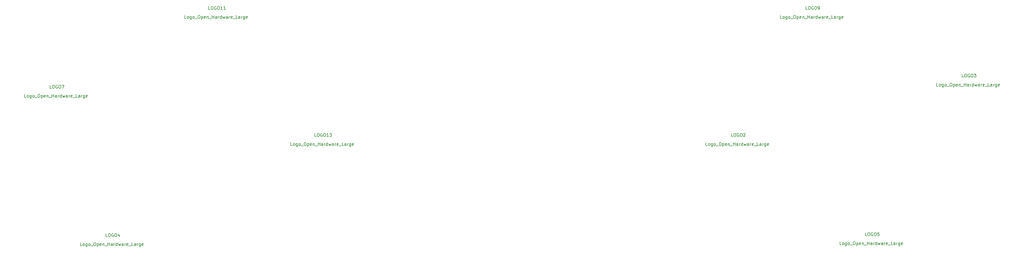
<source format=gbr>
G04 #@! TF.GenerationSoftware,KiCad,Pcbnew,(5.1.10)-1*
G04 #@! TF.CreationDate,2022-02-11T01:48:37+07:00*
G04 #@! TF.ProjectId,uso!VNC,75736f21-564e-4432-9e6b-696361645f70,rev?*
G04 #@! TF.SameCoordinates,Original*
G04 #@! TF.FileFunction,Other,Fab,Top*
%FSLAX45Y45*%
G04 Gerber Fmt 4.5, Leading zero omitted, Abs format (unit mm)*
G04 Created by KiCad (PCBNEW (5.1.10)-1) date 2022-02-11 01:48:37*
%MOMM*%
%LPD*%
G01*
G04 APERTURE LIST*
%ADD10C,0.150000*%
G04 APERTURE END LIST*
D10*
X12916077Y-8907774D02*
X12868458Y-8907774D01*
X12868458Y-8807774D01*
X12963697Y-8907774D02*
X12954173Y-8903012D01*
X12949411Y-8898250D01*
X12944649Y-8888726D01*
X12944649Y-8860155D01*
X12949411Y-8850631D01*
X12954173Y-8845869D01*
X12963697Y-8841107D01*
X12977982Y-8841107D01*
X12987506Y-8845869D01*
X12992268Y-8850631D01*
X12997030Y-8860155D01*
X12997030Y-8888726D01*
X12992268Y-8898250D01*
X12987506Y-8903012D01*
X12977982Y-8907774D01*
X12963697Y-8907774D01*
X13082744Y-8841107D02*
X13082744Y-8922060D01*
X13077982Y-8931584D01*
X13073220Y-8936346D01*
X13063697Y-8941107D01*
X13049411Y-8941107D01*
X13039887Y-8936346D01*
X13082744Y-8903012D02*
X13073220Y-8907774D01*
X13054173Y-8907774D01*
X13044649Y-8903012D01*
X13039887Y-8898250D01*
X13035125Y-8888726D01*
X13035125Y-8860155D01*
X13039887Y-8850631D01*
X13044649Y-8845869D01*
X13054173Y-8841107D01*
X13073220Y-8841107D01*
X13082744Y-8845869D01*
X13144649Y-8907774D02*
X13135125Y-8903012D01*
X13130363Y-8898250D01*
X13125601Y-8888726D01*
X13125601Y-8860155D01*
X13130363Y-8850631D01*
X13135125Y-8845869D01*
X13144649Y-8841107D01*
X13158935Y-8841107D01*
X13168458Y-8845869D01*
X13173220Y-8850631D01*
X13177982Y-8860155D01*
X13177982Y-8888726D01*
X13173220Y-8898250D01*
X13168458Y-8903012D01*
X13158935Y-8907774D01*
X13144649Y-8907774D01*
X13197030Y-8917298D02*
X13273220Y-8917298D01*
X13316077Y-8807774D02*
X13335125Y-8807774D01*
X13344649Y-8812536D01*
X13354173Y-8822060D01*
X13358935Y-8841107D01*
X13358935Y-8874441D01*
X13354173Y-8893488D01*
X13344649Y-8903012D01*
X13335125Y-8907774D01*
X13316077Y-8907774D01*
X13306554Y-8903012D01*
X13297030Y-8893488D01*
X13292268Y-8874441D01*
X13292268Y-8841107D01*
X13297030Y-8822060D01*
X13306554Y-8812536D01*
X13316077Y-8807774D01*
X13401792Y-8841107D02*
X13401792Y-8941107D01*
X13401792Y-8845869D02*
X13411316Y-8841107D01*
X13430363Y-8841107D01*
X13439887Y-8845869D01*
X13444649Y-8850631D01*
X13449411Y-8860155D01*
X13449411Y-8888726D01*
X13444649Y-8898250D01*
X13439887Y-8903012D01*
X13430363Y-8907774D01*
X13411316Y-8907774D01*
X13401792Y-8903012D01*
X13530363Y-8903012D02*
X13520839Y-8907774D01*
X13501792Y-8907774D01*
X13492268Y-8903012D01*
X13487506Y-8893488D01*
X13487506Y-8855393D01*
X13492268Y-8845869D01*
X13501792Y-8841107D01*
X13520839Y-8841107D01*
X13530363Y-8845869D01*
X13535125Y-8855393D01*
X13535125Y-8864917D01*
X13487506Y-8874441D01*
X13577982Y-8841107D02*
X13577982Y-8907774D01*
X13577982Y-8850631D02*
X13582744Y-8845869D01*
X13592268Y-8841107D01*
X13606554Y-8841107D01*
X13616077Y-8845869D01*
X13620839Y-8855393D01*
X13620839Y-8907774D01*
X13644649Y-8917298D02*
X13720839Y-8917298D01*
X13744649Y-8907774D02*
X13744649Y-8807774D01*
X13744649Y-8855393D02*
X13801792Y-8855393D01*
X13801792Y-8907774D02*
X13801792Y-8807774D01*
X13892268Y-8907774D02*
X13892268Y-8855393D01*
X13887506Y-8845869D01*
X13877982Y-8841107D01*
X13858935Y-8841107D01*
X13849411Y-8845869D01*
X13892268Y-8903012D02*
X13882744Y-8907774D01*
X13858935Y-8907774D01*
X13849411Y-8903012D01*
X13844649Y-8893488D01*
X13844649Y-8883965D01*
X13849411Y-8874441D01*
X13858935Y-8869679D01*
X13882744Y-8869679D01*
X13892268Y-8864917D01*
X13939887Y-8907774D02*
X13939887Y-8841107D01*
X13939887Y-8860155D02*
X13944649Y-8850631D01*
X13949411Y-8845869D01*
X13958935Y-8841107D01*
X13968458Y-8841107D01*
X14044649Y-8907774D02*
X14044649Y-8807774D01*
X14044649Y-8903012D02*
X14035125Y-8907774D01*
X14016077Y-8907774D01*
X14006554Y-8903012D01*
X14001792Y-8898250D01*
X13997030Y-8888726D01*
X13997030Y-8860155D01*
X14001792Y-8850631D01*
X14006554Y-8845869D01*
X14016077Y-8841107D01*
X14035125Y-8841107D01*
X14044649Y-8845869D01*
X14082744Y-8841107D02*
X14101792Y-8907774D01*
X14120839Y-8860155D01*
X14139887Y-8907774D01*
X14158935Y-8841107D01*
X14239887Y-8907774D02*
X14239887Y-8855393D01*
X14235125Y-8845869D01*
X14225601Y-8841107D01*
X14206554Y-8841107D01*
X14197030Y-8845869D01*
X14239887Y-8903012D02*
X14230363Y-8907774D01*
X14206554Y-8907774D01*
X14197030Y-8903012D01*
X14192268Y-8893488D01*
X14192268Y-8883965D01*
X14197030Y-8874441D01*
X14206554Y-8869679D01*
X14230363Y-8869679D01*
X14239887Y-8864917D01*
X14287506Y-8907774D02*
X14287506Y-8841107D01*
X14287506Y-8860155D02*
X14292268Y-8850631D01*
X14297030Y-8845869D01*
X14306554Y-8841107D01*
X14316077Y-8841107D01*
X14387506Y-8903012D02*
X14377982Y-8907774D01*
X14358935Y-8907774D01*
X14349411Y-8903012D01*
X14344649Y-8893488D01*
X14344649Y-8855393D01*
X14349411Y-8845869D01*
X14358935Y-8841107D01*
X14377982Y-8841107D01*
X14387506Y-8845869D01*
X14392268Y-8855393D01*
X14392268Y-8864917D01*
X14344649Y-8874441D01*
X14411316Y-8917298D02*
X14487506Y-8917298D01*
X14558935Y-8907774D02*
X14511316Y-8907774D01*
X14511316Y-8807774D01*
X14635125Y-8907774D02*
X14635125Y-8855393D01*
X14630363Y-8845869D01*
X14620839Y-8841107D01*
X14601792Y-8841107D01*
X14592268Y-8845869D01*
X14635125Y-8903012D02*
X14625601Y-8907774D01*
X14601792Y-8907774D01*
X14592268Y-8903012D01*
X14587506Y-8893488D01*
X14587506Y-8883965D01*
X14592268Y-8874441D01*
X14601792Y-8869679D01*
X14625601Y-8869679D01*
X14635125Y-8864917D01*
X14682744Y-8907774D02*
X14682744Y-8841107D01*
X14682744Y-8860155D02*
X14687506Y-8850631D01*
X14692268Y-8845869D01*
X14701792Y-8841107D01*
X14711316Y-8841107D01*
X14787506Y-8841107D02*
X14787506Y-8922060D01*
X14782744Y-8931584D01*
X14777982Y-8936346D01*
X14768458Y-8941107D01*
X14754173Y-8941107D01*
X14744649Y-8936346D01*
X14787506Y-8903012D02*
X14777982Y-8907774D01*
X14758935Y-8907774D01*
X14749411Y-8903012D01*
X14744649Y-8898250D01*
X14739887Y-8888726D01*
X14739887Y-8860155D01*
X14744649Y-8850631D01*
X14749411Y-8845869D01*
X14758935Y-8841107D01*
X14777982Y-8841107D01*
X14787506Y-8845869D01*
X14873220Y-8903012D02*
X14863697Y-8907774D01*
X14844649Y-8907774D01*
X14835125Y-8903012D01*
X14830363Y-8893488D01*
X14830363Y-8855393D01*
X14835125Y-8845869D01*
X14844649Y-8841107D01*
X14863697Y-8841107D01*
X14873220Y-8845869D01*
X14877982Y-8855393D01*
X14877982Y-8864917D01*
X14830363Y-8874441D01*
X13681792Y-8617774D02*
X13634173Y-8617774D01*
X13634173Y-8517774D01*
X13734173Y-8517774D02*
X13753220Y-8517774D01*
X13762744Y-8522536D01*
X13772268Y-8532060D01*
X13777030Y-8551107D01*
X13777030Y-8584441D01*
X13772268Y-8603488D01*
X13762744Y-8613012D01*
X13753220Y-8617774D01*
X13734173Y-8617774D01*
X13724649Y-8613012D01*
X13715125Y-8603488D01*
X13710363Y-8584441D01*
X13710363Y-8551107D01*
X13715125Y-8532060D01*
X13724649Y-8522536D01*
X13734173Y-8517774D01*
X13872268Y-8522536D02*
X13862744Y-8517774D01*
X13848458Y-8517774D01*
X13834173Y-8522536D01*
X13824649Y-8532060D01*
X13819887Y-8541584D01*
X13815125Y-8560631D01*
X13815125Y-8574917D01*
X13819887Y-8593965D01*
X13824649Y-8603488D01*
X13834173Y-8613012D01*
X13848458Y-8617774D01*
X13857982Y-8617774D01*
X13872268Y-8613012D01*
X13877030Y-8608250D01*
X13877030Y-8574917D01*
X13857982Y-8574917D01*
X13938935Y-8517774D02*
X13957982Y-8517774D01*
X13967506Y-8522536D01*
X13977030Y-8532060D01*
X13981792Y-8551107D01*
X13981792Y-8584441D01*
X13977030Y-8603488D01*
X13967506Y-8613012D01*
X13957982Y-8617774D01*
X13938935Y-8617774D01*
X13929411Y-8613012D01*
X13919887Y-8603488D01*
X13915125Y-8584441D01*
X13915125Y-8551107D01*
X13919887Y-8532060D01*
X13929411Y-8522536D01*
X13938935Y-8517774D01*
X14077030Y-8617774D02*
X14019887Y-8617774D01*
X14048458Y-8617774D02*
X14048458Y-8517774D01*
X14038935Y-8532060D01*
X14029411Y-8541584D01*
X14019887Y-8546346D01*
X14110363Y-8517774D02*
X14172268Y-8517774D01*
X14138935Y-8555869D01*
X14153220Y-8555869D01*
X14162744Y-8560631D01*
X14167506Y-8565393D01*
X14172268Y-8574917D01*
X14172268Y-8598726D01*
X14167506Y-8608250D01*
X14162744Y-8613012D01*
X14153220Y-8617774D01*
X14124649Y-8617774D01*
X14115125Y-8613012D01*
X14110363Y-8608250D01*
X26191602Y-8907806D02*
X26143983Y-8907806D01*
X26143983Y-8807806D01*
X26239221Y-8907806D02*
X26229697Y-8903044D01*
X26224935Y-8898282D01*
X26220173Y-8888758D01*
X26220173Y-8860187D01*
X26224935Y-8850663D01*
X26229697Y-8845901D01*
X26239221Y-8841139D01*
X26253507Y-8841139D01*
X26263031Y-8845901D01*
X26267792Y-8850663D01*
X26272554Y-8860187D01*
X26272554Y-8888758D01*
X26267792Y-8898282D01*
X26263031Y-8903044D01*
X26253507Y-8907806D01*
X26239221Y-8907806D01*
X26358269Y-8841139D02*
X26358269Y-8922091D01*
X26353507Y-8931615D01*
X26348745Y-8936377D01*
X26339221Y-8941139D01*
X26324935Y-8941139D01*
X26315412Y-8936377D01*
X26358269Y-8903044D02*
X26348745Y-8907806D01*
X26329697Y-8907806D01*
X26320173Y-8903044D01*
X26315412Y-8898282D01*
X26310650Y-8888758D01*
X26310650Y-8860187D01*
X26315412Y-8850663D01*
X26320173Y-8845901D01*
X26329697Y-8841139D01*
X26348745Y-8841139D01*
X26358269Y-8845901D01*
X26420173Y-8907806D02*
X26410650Y-8903044D01*
X26405888Y-8898282D01*
X26401126Y-8888758D01*
X26401126Y-8860187D01*
X26405888Y-8850663D01*
X26410650Y-8845901D01*
X26420173Y-8841139D01*
X26434459Y-8841139D01*
X26443983Y-8845901D01*
X26448745Y-8850663D01*
X26453507Y-8860187D01*
X26453507Y-8888758D01*
X26448745Y-8898282D01*
X26443983Y-8903044D01*
X26434459Y-8907806D01*
X26420173Y-8907806D01*
X26472554Y-8917329D02*
X26548745Y-8917329D01*
X26591602Y-8807806D02*
X26610650Y-8807806D01*
X26620173Y-8812568D01*
X26629697Y-8822091D01*
X26634459Y-8841139D01*
X26634459Y-8874472D01*
X26629697Y-8893520D01*
X26620173Y-8903044D01*
X26610650Y-8907806D01*
X26591602Y-8907806D01*
X26582078Y-8903044D01*
X26572554Y-8893520D01*
X26567792Y-8874472D01*
X26567792Y-8841139D01*
X26572554Y-8822091D01*
X26582078Y-8812568D01*
X26591602Y-8807806D01*
X26677316Y-8841139D02*
X26677316Y-8941139D01*
X26677316Y-8845901D02*
X26686840Y-8841139D01*
X26705888Y-8841139D01*
X26715412Y-8845901D01*
X26720173Y-8850663D01*
X26724935Y-8860187D01*
X26724935Y-8888758D01*
X26720173Y-8898282D01*
X26715412Y-8903044D01*
X26705888Y-8907806D01*
X26686840Y-8907806D01*
X26677316Y-8903044D01*
X26805888Y-8903044D02*
X26796364Y-8907806D01*
X26777316Y-8907806D01*
X26767792Y-8903044D01*
X26763031Y-8893520D01*
X26763031Y-8855425D01*
X26767792Y-8845901D01*
X26777316Y-8841139D01*
X26796364Y-8841139D01*
X26805888Y-8845901D01*
X26810650Y-8855425D01*
X26810650Y-8864948D01*
X26763031Y-8874472D01*
X26853507Y-8841139D02*
X26853507Y-8907806D01*
X26853507Y-8850663D02*
X26858269Y-8845901D01*
X26867792Y-8841139D01*
X26882078Y-8841139D01*
X26891602Y-8845901D01*
X26896364Y-8855425D01*
X26896364Y-8907806D01*
X26920173Y-8917329D02*
X26996364Y-8917329D01*
X27020173Y-8907806D02*
X27020173Y-8807806D01*
X27020173Y-8855425D02*
X27077316Y-8855425D01*
X27077316Y-8907806D02*
X27077316Y-8807806D01*
X27167792Y-8907806D02*
X27167792Y-8855425D01*
X27163031Y-8845901D01*
X27153507Y-8841139D01*
X27134459Y-8841139D01*
X27124935Y-8845901D01*
X27167792Y-8903044D02*
X27158269Y-8907806D01*
X27134459Y-8907806D01*
X27124935Y-8903044D01*
X27120173Y-8893520D01*
X27120173Y-8883996D01*
X27124935Y-8874472D01*
X27134459Y-8869710D01*
X27158269Y-8869710D01*
X27167792Y-8864948D01*
X27215412Y-8907806D02*
X27215412Y-8841139D01*
X27215412Y-8860187D02*
X27220173Y-8850663D01*
X27224935Y-8845901D01*
X27234459Y-8841139D01*
X27243983Y-8841139D01*
X27320173Y-8907806D02*
X27320173Y-8807806D01*
X27320173Y-8903044D02*
X27310650Y-8907806D01*
X27291602Y-8907806D01*
X27282078Y-8903044D01*
X27277316Y-8898282D01*
X27272554Y-8888758D01*
X27272554Y-8860187D01*
X27277316Y-8850663D01*
X27282078Y-8845901D01*
X27291602Y-8841139D01*
X27310650Y-8841139D01*
X27320173Y-8845901D01*
X27358269Y-8841139D02*
X27377316Y-8907806D01*
X27396364Y-8860187D01*
X27415412Y-8907806D01*
X27434459Y-8841139D01*
X27515412Y-8907806D02*
X27515412Y-8855425D01*
X27510650Y-8845901D01*
X27501126Y-8841139D01*
X27482078Y-8841139D01*
X27472554Y-8845901D01*
X27515412Y-8903044D02*
X27505888Y-8907806D01*
X27482078Y-8907806D01*
X27472554Y-8903044D01*
X27467792Y-8893520D01*
X27467792Y-8883996D01*
X27472554Y-8874472D01*
X27482078Y-8869710D01*
X27505888Y-8869710D01*
X27515412Y-8864948D01*
X27563031Y-8907806D02*
X27563031Y-8841139D01*
X27563031Y-8860187D02*
X27567792Y-8850663D01*
X27572554Y-8845901D01*
X27582078Y-8841139D01*
X27591602Y-8841139D01*
X27663031Y-8903044D02*
X27653507Y-8907806D01*
X27634459Y-8907806D01*
X27624935Y-8903044D01*
X27620173Y-8893520D01*
X27620173Y-8855425D01*
X27624935Y-8845901D01*
X27634459Y-8841139D01*
X27653507Y-8841139D01*
X27663031Y-8845901D01*
X27667792Y-8855425D01*
X27667792Y-8864948D01*
X27620173Y-8874472D01*
X27686840Y-8917329D02*
X27763031Y-8917329D01*
X27834459Y-8907806D02*
X27786840Y-8907806D01*
X27786840Y-8807806D01*
X27910650Y-8907806D02*
X27910650Y-8855425D01*
X27905888Y-8845901D01*
X27896364Y-8841139D01*
X27877316Y-8841139D01*
X27867792Y-8845901D01*
X27910650Y-8903044D02*
X27901126Y-8907806D01*
X27877316Y-8907806D01*
X27867792Y-8903044D01*
X27863031Y-8893520D01*
X27863031Y-8883996D01*
X27867792Y-8874472D01*
X27877316Y-8869710D01*
X27901126Y-8869710D01*
X27910650Y-8864948D01*
X27958269Y-8907806D02*
X27958269Y-8841139D01*
X27958269Y-8860187D02*
X27963031Y-8850663D01*
X27967792Y-8845901D01*
X27977316Y-8841139D01*
X27986840Y-8841139D01*
X28063031Y-8841139D02*
X28063031Y-8922091D01*
X28058269Y-8931615D01*
X28053507Y-8936377D01*
X28043983Y-8941139D01*
X28029697Y-8941139D01*
X28020173Y-8936377D01*
X28063031Y-8903044D02*
X28053507Y-8907806D01*
X28034459Y-8907806D01*
X28024935Y-8903044D01*
X28020173Y-8898282D01*
X28015412Y-8888758D01*
X28015412Y-8860187D01*
X28020173Y-8850663D01*
X28024935Y-8845901D01*
X28034459Y-8841139D01*
X28053507Y-8841139D01*
X28063031Y-8845901D01*
X28148745Y-8903044D02*
X28139221Y-8907806D01*
X28120173Y-8907806D01*
X28110650Y-8903044D01*
X28105888Y-8893520D01*
X28105888Y-8855425D01*
X28110650Y-8845901D01*
X28120173Y-8841139D01*
X28139221Y-8841139D01*
X28148745Y-8845901D01*
X28153507Y-8855425D01*
X28153507Y-8864948D01*
X28105888Y-8874472D01*
X27004935Y-8617806D02*
X26957316Y-8617806D01*
X26957316Y-8517806D01*
X27057316Y-8517806D02*
X27076364Y-8517806D01*
X27085888Y-8522568D01*
X27095412Y-8532091D01*
X27100173Y-8551139D01*
X27100173Y-8584472D01*
X27095412Y-8603520D01*
X27085888Y-8613044D01*
X27076364Y-8617806D01*
X27057316Y-8617806D01*
X27047792Y-8613044D01*
X27038269Y-8603520D01*
X27033507Y-8584472D01*
X27033507Y-8551139D01*
X27038269Y-8532091D01*
X27047792Y-8522568D01*
X27057316Y-8517806D01*
X27195412Y-8522568D02*
X27185888Y-8517806D01*
X27171602Y-8517806D01*
X27157316Y-8522568D01*
X27147792Y-8532091D01*
X27143031Y-8541615D01*
X27138269Y-8560663D01*
X27138269Y-8574948D01*
X27143031Y-8593996D01*
X27147792Y-8603520D01*
X27157316Y-8613044D01*
X27171602Y-8617806D01*
X27181126Y-8617806D01*
X27195412Y-8613044D01*
X27200173Y-8608282D01*
X27200173Y-8574948D01*
X27181126Y-8574948D01*
X27262078Y-8517806D02*
X27281126Y-8517806D01*
X27290650Y-8522568D01*
X27300173Y-8532091D01*
X27304935Y-8551139D01*
X27304935Y-8584472D01*
X27300173Y-8603520D01*
X27290650Y-8613044D01*
X27281126Y-8617806D01*
X27262078Y-8617806D01*
X27252554Y-8613044D01*
X27243031Y-8603520D01*
X27238269Y-8584472D01*
X27238269Y-8551139D01*
X27243031Y-8532091D01*
X27252554Y-8522568D01*
X27262078Y-8517806D01*
X27343031Y-8527329D02*
X27347792Y-8522568D01*
X27357316Y-8517806D01*
X27381126Y-8517806D01*
X27390650Y-8522568D01*
X27395412Y-8527329D01*
X27400173Y-8536853D01*
X27400173Y-8546377D01*
X27395412Y-8560663D01*
X27338269Y-8617806D01*
X27400173Y-8617806D01*
X9522764Y-4829859D02*
X9475145Y-4829859D01*
X9475145Y-4729859D01*
X9570384Y-4829859D02*
X9560860Y-4825097D01*
X9556098Y-4820335D01*
X9551336Y-4810811D01*
X9551336Y-4782240D01*
X9556098Y-4772716D01*
X9560860Y-4767954D01*
X9570384Y-4763192D01*
X9584669Y-4763192D01*
X9594193Y-4767954D01*
X9598955Y-4772716D01*
X9603717Y-4782240D01*
X9603717Y-4810811D01*
X9598955Y-4820335D01*
X9594193Y-4825097D01*
X9584669Y-4829859D01*
X9570384Y-4829859D01*
X9689431Y-4763192D02*
X9689431Y-4844145D01*
X9684669Y-4853668D01*
X9679907Y-4858430D01*
X9670384Y-4863192D01*
X9656098Y-4863192D01*
X9646574Y-4858430D01*
X9689431Y-4825097D02*
X9679907Y-4829859D01*
X9660860Y-4829859D01*
X9651336Y-4825097D01*
X9646574Y-4820335D01*
X9641812Y-4810811D01*
X9641812Y-4782240D01*
X9646574Y-4772716D01*
X9651336Y-4767954D01*
X9660860Y-4763192D01*
X9679907Y-4763192D01*
X9689431Y-4767954D01*
X9751336Y-4829859D02*
X9741812Y-4825097D01*
X9737050Y-4820335D01*
X9732288Y-4810811D01*
X9732288Y-4782240D01*
X9737050Y-4772716D01*
X9741812Y-4767954D01*
X9751336Y-4763192D01*
X9765622Y-4763192D01*
X9775145Y-4767954D01*
X9779907Y-4772716D01*
X9784669Y-4782240D01*
X9784669Y-4810811D01*
X9779907Y-4820335D01*
X9775145Y-4825097D01*
X9765622Y-4829859D01*
X9751336Y-4829859D01*
X9803717Y-4839383D02*
X9879907Y-4839383D01*
X9922764Y-4729859D02*
X9941812Y-4729859D01*
X9951336Y-4734621D01*
X9960860Y-4744145D01*
X9965622Y-4763192D01*
X9965622Y-4796525D01*
X9960860Y-4815573D01*
X9951336Y-4825097D01*
X9941812Y-4829859D01*
X9922764Y-4829859D01*
X9913241Y-4825097D01*
X9903717Y-4815573D01*
X9898955Y-4796525D01*
X9898955Y-4763192D01*
X9903717Y-4744145D01*
X9913241Y-4734621D01*
X9922764Y-4729859D01*
X10008479Y-4763192D02*
X10008479Y-4863192D01*
X10008479Y-4767954D02*
X10018003Y-4763192D01*
X10037050Y-4763192D01*
X10046574Y-4767954D01*
X10051336Y-4772716D01*
X10056098Y-4782240D01*
X10056098Y-4810811D01*
X10051336Y-4820335D01*
X10046574Y-4825097D01*
X10037050Y-4829859D01*
X10018003Y-4829859D01*
X10008479Y-4825097D01*
X10137050Y-4825097D02*
X10127526Y-4829859D01*
X10108479Y-4829859D01*
X10098955Y-4825097D01*
X10094193Y-4815573D01*
X10094193Y-4777478D01*
X10098955Y-4767954D01*
X10108479Y-4763192D01*
X10127526Y-4763192D01*
X10137050Y-4767954D01*
X10141812Y-4777478D01*
X10141812Y-4787002D01*
X10094193Y-4796525D01*
X10184669Y-4763192D02*
X10184669Y-4829859D01*
X10184669Y-4772716D02*
X10189431Y-4767954D01*
X10198955Y-4763192D01*
X10213241Y-4763192D01*
X10222764Y-4767954D01*
X10227526Y-4777478D01*
X10227526Y-4829859D01*
X10251336Y-4839383D02*
X10327526Y-4839383D01*
X10351336Y-4829859D02*
X10351336Y-4729859D01*
X10351336Y-4777478D02*
X10408479Y-4777478D01*
X10408479Y-4829859D02*
X10408479Y-4729859D01*
X10498955Y-4829859D02*
X10498955Y-4777478D01*
X10494193Y-4767954D01*
X10484669Y-4763192D01*
X10465622Y-4763192D01*
X10456098Y-4767954D01*
X10498955Y-4825097D02*
X10489431Y-4829859D01*
X10465622Y-4829859D01*
X10456098Y-4825097D01*
X10451336Y-4815573D01*
X10451336Y-4806049D01*
X10456098Y-4796525D01*
X10465622Y-4791764D01*
X10489431Y-4791764D01*
X10498955Y-4787002D01*
X10546574Y-4829859D02*
X10546574Y-4763192D01*
X10546574Y-4782240D02*
X10551336Y-4772716D01*
X10556098Y-4767954D01*
X10565622Y-4763192D01*
X10575145Y-4763192D01*
X10651336Y-4829859D02*
X10651336Y-4729859D01*
X10651336Y-4825097D02*
X10641812Y-4829859D01*
X10622764Y-4829859D01*
X10613241Y-4825097D01*
X10608479Y-4820335D01*
X10603717Y-4810811D01*
X10603717Y-4782240D01*
X10608479Y-4772716D01*
X10613241Y-4767954D01*
X10622764Y-4763192D01*
X10641812Y-4763192D01*
X10651336Y-4767954D01*
X10689431Y-4763192D02*
X10708479Y-4829859D01*
X10727526Y-4782240D01*
X10746574Y-4829859D01*
X10765622Y-4763192D01*
X10846574Y-4829859D02*
X10846574Y-4777478D01*
X10841812Y-4767954D01*
X10832288Y-4763192D01*
X10813241Y-4763192D01*
X10803717Y-4767954D01*
X10846574Y-4825097D02*
X10837050Y-4829859D01*
X10813241Y-4829859D01*
X10803717Y-4825097D01*
X10798955Y-4815573D01*
X10798955Y-4806049D01*
X10803717Y-4796525D01*
X10813241Y-4791764D01*
X10837050Y-4791764D01*
X10846574Y-4787002D01*
X10894193Y-4829859D02*
X10894193Y-4763192D01*
X10894193Y-4782240D02*
X10898955Y-4772716D01*
X10903717Y-4767954D01*
X10913241Y-4763192D01*
X10922764Y-4763192D01*
X10994193Y-4825097D02*
X10984669Y-4829859D01*
X10965622Y-4829859D01*
X10956098Y-4825097D01*
X10951336Y-4815573D01*
X10951336Y-4777478D01*
X10956098Y-4767954D01*
X10965622Y-4763192D01*
X10984669Y-4763192D01*
X10994193Y-4767954D01*
X10998955Y-4777478D01*
X10998955Y-4787002D01*
X10951336Y-4796525D01*
X11018003Y-4839383D02*
X11094193Y-4839383D01*
X11165622Y-4829859D02*
X11118003Y-4829859D01*
X11118003Y-4729859D01*
X11241812Y-4829859D02*
X11241812Y-4777478D01*
X11237050Y-4767954D01*
X11227526Y-4763192D01*
X11208479Y-4763192D01*
X11198955Y-4767954D01*
X11241812Y-4825097D02*
X11232288Y-4829859D01*
X11208479Y-4829859D01*
X11198955Y-4825097D01*
X11194193Y-4815573D01*
X11194193Y-4806049D01*
X11198955Y-4796525D01*
X11208479Y-4791764D01*
X11232288Y-4791764D01*
X11241812Y-4787002D01*
X11289431Y-4829859D02*
X11289431Y-4763192D01*
X11289431Y-4782240D02*
X11294193Y-4772716D01*
X11298955Y-4767954D01*
X11308479Y-4763192D01*
X11318002Y-4763192D01*
X11394193Y-4763192D02*
X11394193Y-4844145D01*
X11389431Y-4853668D01*
X11384669Y-4858430D01*
X11375145Y-4863192D01*
X11360860Y-4863192D01*
X11351336Y-4858430D01*
X11394193Y-4825097D02*
X11384669Y-4829859D01*
X11365622Y-4829859D01*
X11356098Y-4825097D01*
X11351336Y-4820335D01*
X11346574Y-4810811D01*
X11346574Y-4782240D01*
X11351336Y-4772716D01*
X11356098Y-4767954D01*
X11365622Y-4763192D01*
X11384669Y-4763192D01*
X11394193Y-4767954D01*
X11479907Y-4825097D02*
X11470383Y-4829859D01*
X11451336Y-4829859D01*
X11441812Y-4825097D01*
X11437050Y-4815573D01*
X11437050Y-4777478D01*
X11441812Y-4767954D01*
X11451336Y-4763192D01*
X11470383Y-4763192D01*
X11479907Y-4767954D01*
X11484669Y-4777478D01*
X11484669Y-4787002D01*
X11437050Y-4796525D01*
X10288479Y-4539859D02*
X10240860Y-4539859D01*
X10240860Y-4439859D01*
X10340860Y-4439859D02*
X10359907Y-4439859D01*
X10369431Y-4444621D01*
X10378955Y-4454145D01*
X10383717Y-4473192D01*
X10383717Y-4506525D01*
X10378955Y-4525573D01*
X10369431Y-4535097D01*
X10359907Y-4539859D01*
X10340860Y-4539859D01*
X10331336Y-4535097D01*
X10321812Y-4525573D01*
X10317050Y-4506525D01*
X10317050Y-4473192D01*
X10321812Y-4454145D01*
X10331336Y-4444621D01*
X10340860Y-4439859D01*
X10478955Y-4444621D02*
X10469431Y-4439859D01*
X10455145Y-4439859D01*
X10440860Y-4444621D01*
X10431336Y-4454145D01*
X10426574Y-4463668D01*
X10421812Y-4482716D01*
X10421812Y-4497002D01*
X10426574Y-4516049D01*
X10431336Y-4525573D01*
X10440860Y-4535097D01*
X10455145Y-4539859D01*
X10464669Y-4539859D01*
X10478955Y-4535097D01*
X10483717Y-4530335D01*
X10483717Y-4497002D01*
X10464669Y-4497002D01*
X10545622Y-4439859D02*
X10564669Y-4439859D01*
X10574193Y-4444621D01*
X10583717Y-4454145D01*
X10588479Y-4473192D01*
X10588479Y-4506525D01*
X10583717Y-4525573D01*
X10574193Y-4535097D01*
X10564669Y-4539859D01*
X10545622Y-4539859D01*
X10536098Y-4535097D01*
X10526574Y-4525573D01*
X10521812Y-4506525D01*
X10521812Y-4473192D01*
X10526574Y-4454145D01*
X10536098Y-4444621D01*
X10545622Y-4439859D01*
X10683717Y-4539859D02*
X10626574Y-4539859D01*
X10655145Y-4539859D02*
X10655145Y-4439859D01*
X10645622Y-4454145D01*
X10636098Y-4463668D01*
X10626574Y-4468430D01*
X10778955Y-4539859D02*
X10721812Y-4539859D01*
X10750384Y-4539859D02*
X10750384Y-4439859D01*
X10740860Y-4454145D01*
X10731336Y-4463668D01*
X10721812Y-4468430D01*
X28572812Y-4829859D02*
X28525193Y-4829859D01*
X28525193Y-4729859D01*
X28620431Y-4829859D02*
X28610908Y-4825097D01*
X28606146Y-4820335D01*
X28601384Y-4810811D01*
X28601384Y-4782240D01*
X28606146Y-4772716D01*
X28610908Y-4767954D01*
X28620431Y-4763192D01*
X28634717Y-4763192D01*
X28644241Y-4767954D01*
X28649003Y-4772716D01*
X28653765Y-4782240D01*
X28653765Y-4810811D01*
X28649003Y-4820335D01*
X28644241Y-4825097D01*
X28634717Y-4829859D01*
X28620431Y-4829859D01*
X28739479Y-4763192D02*
X28739479Y-4844145D01*
X28734717Y-4853668D01*
X28729955Y-4858430D01*
X28720431Y-4863192D01*
X28706146Y-4863192D01*
X28696622Y-4858430D01*
X28739479Y-4825097D02*
X28729955Y-4829859D01*
X28710908Y-4829859D01*
X28701384Y-4825097D01*
X28696622Y-4820335D01*
X28691860Y-4810811D01*
X28691860Y-4782240D01*
X28696622Y-4772716D01*
X28701384Y-4767954D01*
X28710908Y-4763192D01*
X28729955Y-4763192D01*
X28739479Y-4767954D01*
X28801384Y-4829859D02*
X28791860Y-4825097D01*
X28787098Y-4820335D01*
X28782336Y-4810811D01*
X28782336Y-4782240D01*
X28787098Y-4772716D01*
X28791860Y-4767954D01*
X28801384Y-4763192D01*
X28815670Y-4763192D01*
X28825193Y-4767954D01*
X28829955Y-4772716D01*
X28834717Y-4782240D01*
X28834717Y-4810811D01*
X28829955Y-4820335D01*
X28825193Y-4825097D01*
X28815670Y-4829859D01*
X28801384Y-4829859D01*
X28853765Y-4839383D02*
X28929955Y-4839383D01*
X28972812Y-4729859D02*
X28991860Y-4729859D01*
X29001384Y-4734621D01*
X29010908Y-4744145D01*
X29015670Y-4763192D01*
X29015670Y-4796525D01*
X29010908Y-4815573D01*
X29001384Y-4825097D01*
X28991860Y-4829859D01*
X28972812Y-4829859D01*
X28963289Y-4825097D01*
X28953765Y-4815573D01*
X28949003Y-4796525D01*
X28949003Y-4763192D01*
X28953765Y-4744145D01*
X28963289Y-4734621D01*
X28972812Y-4729859D01*
X29058527Y-4763192D02*
X29058527Y-4863192D01*
X29058527Y-4767954D02*
X29068050Y-4763192D01*
X29087098Y-4763192D01*
X29096622Y-4767954D01*
X29101384Y-4772716D01*
X29106146Y-4782240D01*
X29106146Y-4810811D01*
X29101384Y-4820335D01*
X29096622Y-4825097D01*
X29087098Y-4829859D01*
X29068050Y-4829859D01*
X29058527Y-4825097D01*
X29187098Y-4825097D02*
X29177574Y-4829859D01*
X29158527Y-4829859D01*
X29149003Y-4825097D01*
X29144241Y-4815573D01*
X29144241Y-4777478D01*
X29149003Y-4767954D01*
X29158527Y-4763192D01*
X29177574Y-4763192D01*
X29187098Y-4767954D01*
X29191860Y-4777478D01*
X29191860Y-4787002D01*
X29144241Y-4796525D01*
X29234717Y-4763192D02*
X29234717Y-4829859D01*
X29234717Y-4772716D02*
X29239479Y-4767954D01*
X29249003Y-4763192D01*
X29263289Y-4763192D01*
X29272812Y-4767954D01*
X29277574Y-4777478D01*
X29277574Y-4829859D01*
X29301384Y-4839383D02*
X29377574Y-4839383D01*
X29401384Y-4829859D02*
X29401384Y-4729859D01*
X29401384Y-4777478D02*
X29458527Y-4777478D01*
X29458527Y-4829859D02*
X29458527Y-4729859D01*
X29549003Y-4829859D02*
X29549003Y-4777478D01*
X29544241Y-4767954D01*
X29534717Y-4763192D01*
X29515670Y-4763192D01*
X29506146Y-4767954D01*
X29549003Y-4825097D02*
X29539479Y-4829859D01*
X29515670Y-4829859D01*
X29506146Y-4825097D01*
X29501384Y-4815573D01*
X29501384Y-4806049D01*
X29506146Y-4796525D01*
X29515670Y-4791764D01*
X29539479Y-4791764D01*
X29549003Y-4787002D01*
X29596622Y-4829859D02*
X29596622Y-4763192D01*
X29596622Y-4782240D02*
X29601384Y-4772716D01*
X29606146Y-4767954D01*
X29615670Y-4763192D01*
X29625193Y-4763192D01*
X29701384Y-4829859D02*
X29701384Y-4729859D01*
X29701384Y-4825097D02*
X29691860Y-4829859D01*
X29672812Y-4829859D01*
X29663289Y-4825097D01*
X29658527Y-4820335D01*
X29653765Y-4810811D01*
X29653765Y-4782240D01*
X29658527Y-4772716D01*
X29663289Y-4767954D01*
X29672812Y-4763192D01*
X29691860Y-4763192D01*
X29701384Y-4767954D01*
X29739479Y-4763192D02*
X29758527Y-4829859D01*
X29777574Y-4782240D01*
X29796622Y-4829859D01*
X29815670Y-4763192D01*
X29896622Y-4829859D02*
X29896622Y-4777478D01*
X29891860Y-4767954D01*
X29882336Y-4763192D01*
X29863289Y-4763192D01*
X29853765Y-4767954D01*
X29896622Y-4825097D02*
X29887098Y-4829859D01*
X29863289Y-4829859D01*
X29853765Y-4825097D01*
X29849003Y-4815573D01*
X29849003Y-4806049D01*
X29853765Y-4796525D01*
X29863289Y-4791764D01*
X29887098Y-4791764D01*
X29896622Y-4787002D01*
X29944241Y-4829859D02*
X29944241Y-4763192D01*
X29944241Y-4782240D02*
X29949003Y-4772716D01*
X29953765Y-4767954D01*
X29963289Y-4763192D01*
X29972812Y-4763192D01*
X30044241Y-4825097D02*
X30034717Y-4829859D01*
X30015670Y-4829859D01*
X30006146Y-4825097D01*
X30001384Y-4815573D01*
X30001384Y-4777478D01*
X30006146Y-4767954D01*
X30015670Y-4763192D01*
X30034717Y-4763192D01*
X30044241Y-4767954D01*
X30049003Y-4777478D01*
X30049003Y-4787002D01*
X30001384Y-4796525D01*
X30068050Y-4839383D02*
X30144241Y-4839383D01*
X30215670Y-4829859D02*
X30168050Y-4829859D01*
X30168050Y-4729859D01*
X30291860Y-4829859D02*
X30291860Y-4777478D01*
X30287098Y-4767954D01*
X30277574Y-4763192D01*
X30258527Y-4763192D01*
X30249003Y-4767954D01*
X30291860Y-4825097D02*
X30282336Y-4829859D01*
X30258527Y-4829859D01*
X30249003Y-4825097D01*
X30244241Y-4815573D01*
X30244241Y-4806049D01*
X30249003Y-4796525D01*
X30258527Y-4791764D01*
X30282336Y-4791764D01*
X30291860Y-4787002D01*
X30339479Y-4829859D02*
X30339479Y-4763192D01*
X30339479Y-4782240D02*
X30344241Y-4772716D01*
X30349003Y-4767954D01*
X30358527Y-4763192D01*
X30368050Y-4763192D01*
X30444241Y-4763192D02*
X30444241Y-4844145D01*
X30439479Y-4853668D01*
X30434717Y-4858430D01*
X30425193Y-4863192D01*
X30410908Y-4863192D01*
X30401384Y-4858430D01*
X30444241Y-4825097D02*
X30434717Y-4829859D01*
X30415670Y-4829859D01*
X30406146Y-4825097D01*
X30401384Y-4820335D01*
X30396622Y-4810811D01*
X30396622Y-4782240D01*
X30401384Y-4772716D01*
X30406146Y-4767954D01*
X30415670Y-4763192D01*
X30434717Y-4763192D01*
X30444241Y-4767954D01*
X30529955Y-4825097D02*
X30520431Y-4829859D01*
X30501384Y-4829859D01*
X30491860Y-4825097D01*
X30487098Y-4815573D01*
X30487098Y-4777478D01*
X30491860Y-4767954D01*
X30501384Y-4763192D01*
X30520431Y-4763192D01*
X30529955Y-4767954D01*
X30534717Y-4777478D01*
X30534717Y-4787002D01*
X30487098Y-4796525D01*
X29386146Y-4539859D02*
X29338527Y-4539859D01*
X29338527Y-4439859D01*
X29438527Y-4439859D02*
X29457574Y-4439859D01*
X29467098Y-4444621D01*
X29476622Y-4454145D01*
X29481384Y-4473192D01*
X29481384Y-4506525D01*
X29476622Y-4525573D01*
X29467098Y-4535097D01*
X29457574Y-4539859D01*
X29438527Y-4539859D01*
X29429003Y-4535097D01*
X29419479Y-4525573D01*
X29414717Y-4506525D01*
X29414717Y-4473192D01*
X29419479Y-4454145D01*
X29429003Y-4444621D01*
X29438527Y-4439859D01*
X29576622Y-4444621D02*
X29567098Y-4439859D01*
X29552812Y-4439859D01*
X29538527Y-4444621D01*
X29529003Y-4454145D01*
X29524241Y-4463668D01*
X29519479Y-4482716D01*
X29519479Y-4497002D01*
X29524241Y-4516049D01*
X29529003Y-4525573D01*
X29538527Y-4535097D01*
X29552812Y-4539859D01*
X29562336Y-4539859D01*
X29576622Y-4535097D01*
X29581384Y-4530335D01*
X29581384Y-4497002D01*
X29562336Y-4497002D01*
X29643289Y-4439859D02*
X29662336Y-4439859D01*
X29671860Y-4444621D01*
X29681384Y-4454145D01*
X29686146Y-4473192D01*
X29686146Y-4506525D01*
X29681384Y-4525573D01*
X29671860Y-4535097D01*
X29662336Y-4539859D01*
X29643289Y-4539859D01*
X29633765Y-4535097D01*
X29624241Y-4525573D01*
X29619479Y-4506525D01*
X29619479Y-4473192D01*
X29624241Y-4454145D01*
X29633765Y-4444621D01*
X29643289Y-4439859D01*
X29733765Y-4539859D02*
X29752812Y-4539859D01*
X29762336Y-4535097D01*
X29767098Y-4530335D01*
X29776622Y-4516049D01*
X29781384Y-4497002D01*
X29781384Y-4458906D01*
X29776622Y-4449383D01*
X29771860Y-4444621D01*
X29762336Y-4439859D01*
X29743289Y-4439859D01*
X29733765Y-4444621D01*
X29729003Y-4449383D01*
X29724241Y-4458906D01*
X29724241Y-4482716D01*
X29729003Y-4492240D01*
X29733765Y-4497002D01*
X29743289Y-4501764D01*
X29762336Y-4501764D01*
X29771860Y-4497002D01*
X29776622Y-4492240D01*
X29781384Y-4482716D01*
X4403064Y-7359943D02*
X4355445Y-7359943D01*
X4355445Y-7259943D01*
X4450683Y-7359943D02*
X4441159Y-7355181D01*
X4436397Y-7350419D01*
X4431636Y-7340896D01*
X4431636Y-7312324D01*
X4436397Y-7302800D01*
X4441159Y-7298038D01*
X4450683Y-7293277D01*
X4464969Y-7293277D01*
X4474493Y-7298038D01*
X4479255Y-7302800D01*
X4484016Y-7312324D01*
X4484016Y-7340896D01*
X4479255Y-7350419D01*
X4474493Y-7355181D01*
X4464969Y-7359943D01*
X4450683Y-7359943D01*
X4569731Y-7293277D02*
X4569731Y-7374229D01*
X4564969Y-7383753D01*
X4560207Y-7388515D01*
X4550683Y-7393277D01*
X4536397Y-7393277D01*
X4526874Y-7388515D01*
X4569731Y-7355181D02*
X4560207Y-7359943D01*
X4541159Y-7359943D01*
X4531636Y-7355181D01*
X4526874Y-7350419D01*
X4522112Y-7340896D01*
X4522112Y-7312324D01*
X4526874Y-7302800D01*
X4531636Y-7298038D01*
X4541159Y-7293277D01*
X4560207Y-7293277D01*
X4569731Y-7298038D01*
X4631636Y-7359943D02*
X4622112Y-7355181D01*
X4617350Y-7350419D01*
X4612588Y-7340896D01*
X4612588Y-7312324D01*
X4617350Y-7302800D01*
X4622112Y-7298038D01*
X4631636Y-7293277D01*
X4645921Y-7293277D01*
X4655445Y-7298038D01*
X4660207Y-7302800D01*
X4664969Y-7312324D01*
X4664969Y-7340896D01*
X4660207Y-7350419D01*
X4655445Y-7355181D01*
X4645921Y-7359943D01*
X4631636Y-7359943D01*
X4684016Y-7369467D02*
X4760207Y-7369467D01*
X4803064Y-7259943D02*
X4822112Y-7259943D01*
X4831636Y-7264705D01*
X4841159Y-7274229D01*
X4845921Y-7293277D01*
X4845921Y-7326610D01*
X4841159Y-7345657D01*
X4831636Y-7355181D01*
X4822112Y-7359943D01*
X4803064Y-7359943D01*
X4793540Y-7355181D01*
X4784016Y-7345657D01*
X4779255Y-7326610D01*
X4779255Y-7293277D01*
X4784016Y-7274229D01*
X4793540Y-7264705D01*
X4803064Y-7259943D01*
X4888778Y-7293277D02*
X4888778Y-7393277D01*
X4888778Y-7298038D02*
X4898302Y-7293277D01*
X4917350Y-7293277D01*
X4926874Y-7298038D01*
X4931636Y-7302800D01*
X4936397Y-7312324D01*
X4936397Y-7340896D01*
X4931636Y-7350419D01*
X4926874Y-7355181D01*
X4917350Y-7359943D01*
X4898302Y-7359943D01*
X4888778Y-7355181D01*
X5017350Y-7355181D02*
X5007826Y-7359943D01*
X4988778Y-7359943D01*
X4979255Y-7355181D01*
X4974493Y-7345657D01*
X4974493Y-7307562D01*
X4979255Y-7298038D01*
X4988778Y-7293277D01*
X5007826Y-7293277D01*
X5017350Y-7298038D01*
X5022112Y-7307562D01*
X5022112Y-7317086D01*
X4974493Y-7326610D01*
X5064969Y-7293277D02*
X5064969Y-7359943D01*
X5064969Y-7302800D02*
X5069731Y-7298038D01*
X5079255Y-7293277D01*
X5093540Y-7293277D01*
X5103064Y-7298038D01*
X5107826Y-7307562D01*
X5107826Y-7359943D01*
X5131636Y-7369467D02*
X5207826Y-7369467D01*
X5231636Y-7359943D02*
X5231636Y-7259943D01*
X5231636Y-7307562D02*
X5288778Y-7307562D01*
X5288778Y-7359943D02*
X5288778Y-7259943D01*
X5379255Y-7359943D02*
X5379255Y-7307562D01*
X5374493Y-7298038D01*
X5364969Y-7293277D01*
X5345921Y-7293277D01*
X5336397Y-7298038D01*
X5379255Y-7355181D02*
X5369731Y-7359943D01*
X5345921Y-7359943D01*
X5336397Y-7355181D01*
X5331636Y-7345657D01*
X5331636Y-7336134D01*
X5336397Y-7326610D01*
X5345921Y-7321848D01*
X5369731Y-7321848D01*
X5379255Y-7317086D01*
X5426874Y-7359943D02*
X5426874Y-7293277D01*
X5426874Y-7312324D02*
X5431636Y-7302800D01*
X5436397Y-7298038D01*
X5445921Y-7293277D01*
X5455445Y-7293277D01*
X5531636Y-7359943D02*
X5531636Y-7259943D01*
X5531636Y-7355181D02*
X5522112Y-7359943D01*
X5503064Y-7359943D01*
X5493540Y-7355181D01*
X5488778Y-7350419D01*
X5484016Y-7340896D01*
X5484016Y-7312324D01*
X5488778Y-7302800D01*
X5493540Y-7298038D01*
X5503064Y-7293277D01*
X5522112Y-7293277D01*
X5531636Y-7298038D01*
X5569731Y-7293277D02*
X5588778Y-7359943D01*
X5607826Y-7312324D01*
X5626874Y-7359943D01*
X5645921Y-7293277D01*
X5726874Y-7359943D02*
X5726874Y-7307562D01*
X5722112Y-7298038D01*
X5712588Y-7293277D01*
X5693540Y-7293277D01*
X5684016Y-7298038D01*
X5726874Y-7355181D02*
X5717350Y-7359943D01*
X5693540Y-7359943D01*
X5684016Y-7355181D01*
X5679254Y-7345657D01*
X5679254Y-7336134D01*
X5684016Y-7326610D01*
X5693540Y-7321848D01*
X5717350Y-7321848D01*
X5726874Y-7317086D01*
X5774493Y-7359943D02*
X5774493Y-7293277D01*
X5774493Y-7312324D02*
X5779254Y-7302800D01*
X5784016Y-7298038D01*
X5793540Y-7293277D01*
X5803064Y-7293277D01*
X5874493Y-7355181D02*
X5864969Y-7359943D01*
X5845921Y-7359943D01*
X5836397Y-7355181D01*
X5831635Y-7345657D01*
X5831635Y-7307562D01*
X5836397Y-7298038D01*
X5845921Y-7293277D01*
X5864969Y-7293277D01*
X5874493Y-7298038D01*
X5879254Y-7307562D01*
X5879254Y-7317086D01*
X5831635Y-7326610D01*
X5898302Y-7369467D02*
X5974493Y-7369467D01*
X6045921Y-7359943D02*
X5998302Y-7359943D01*
X5998302Y-7259943D01*
X6122112Y-7359943D02*
X6122112Y-7307562D01*
X6117350Y-7298038D01*
X6107826Y-7293277D01*
X6088778Y-7293277D01*
X6079254Y-7298038D01*
X6122112Y-7355181D02*
X6112588Y-7359943D01*
X6088778Y-7359943D01*
X6079254Y-7355181D01*
X6074493Y-7345657D01*
X6074493Y-7336134D01*
X6079254Y-7326610D01*
X6088778Y-7321848D01*
X6112588Y-7321848D01*
X6122112Y-7317086D01*
X6169731Y-7359943D02*
X6169731Y-7293277D01*
X6169731Y-7312324D02*
X6174493Y-7302800D01*
X6179254Y-7298038D01*
X6188778Y-7293277D01*
X6198302Y-7293277D01*
X6274493Y-7293277D02*
X6274493Y-7374229D01*
X6269731Y-7383753D01*
X6264969Y-7388515D01*
X6255445Y-7393277D01*
X6241159Y-7393277D01*
X6231635Y-7388515D01*
X6274493Y-7355181D02*
X6264969Y-7359943D01*
X6245921Y-7359943D01*
X6236397Y-7355181D01*
X6231635Y-7350419D01*
X6226874Y-7340896D01*
X6226874Y-7312324D01*
X6231635Y-7302800D01*
X6236397Y-7298038D01*
X6245921Y-7293277D01*
X6264969Y-7293277D01*
X6274493Y-7298038D01*
X6360207Y-7355181D02*
X6350683Y-7359943D01*
X6331635Y-7359943D01*
X6322112Y-7355181D01*
X6317350Y-7345657D01*
X6317350Y-7307562D01*
X6322112Y-7298038D01*
X6331635Y-7293277D01*
X6350683Y-7293277D01*
X6360207Y-7298038D01*
X6364969Y-7307562D01*
X6364969Y-7317086D01*
X6317350Y-7326610D01*
X5216397Y-7069943D02*
X5168778Y-7069943D01*
X5168778Y-6969943D01*
X5268778Y-6969943D02*
X5287826Y-6969943D01*
X5297350Y-6974705D01*
X5306874Y-6984229D01*
X5311636Y-7003277D01*
X5311636Y-7036610D01*
X5306874Y-7055657D01*
X5297350Y-7065181D01*
X5287826Y-7069943D01*
X5268778Y-7069943D01*
X5259255Y-7065181D01*
X5249731Y-7055657D01*
X5244969Y-7036610D01*
X5244969Y-7003277D01*
X5249731Y-6984229D01*
X5259255Y-6974705D01*
X5268778Y-6969943D01*
X5406874Y-6974705D02*
X5397350Y-6969943D01*
X5383064Y-6969943D01*
X5368778Y-6974705D01*
X5359255Y-6984229D01*
X5354493Y-6993753D01*
X5349731Y-7012800D01*
X5349731Y-7027086D01*
X5354493Y-7046134D01*
X5359255Y-7055657D01*
X5368778Y-7065181D01*
X5383064Y-7069943D01*
X5392588Y-7069943D01*
X5406874Y-7065181D01*
X5411636Y-7060419D01*
X5411636Y-7027086D01*
X5392588Y-7027086D01*
X5473540Y-6969943D02*
X5492588Y-6969943D01*
X5502112Y-6974705D01*
X5511636Y-6984229D01*
X5516397Y-7003277D01*
X5516397Y-7036610D01*
X5511636Y-7055657D01*
X5502112Y-7065181D01*
X5492588Y-7069943D01*
X5473540Y-7069943D01*
X5464016Y-7065181D01*
X5454493Y-7055657D01*
X5449731Y-7036610D01*
X5449731Y-7003277D01*
X5454493Y-6984229D01*
X5464016Y-6974705D01*
X5473540Y-6969943D01*
X5549731Y-6969943D02*
X5616397Y-6969943D01*
X5573540Y-7069943D01*
X30477817Y-12092689D02*
X30430198Y-12092689D01*
X30430198Y-11992689D01*
X30525436Y-12092689D02*
X30515912Y-12087928D01*
X30511151Y-12083166D01*
X30506389Y-12073642D01*
X30506389Y-12045070D01*
X30511151Y-12035547D01*
X30515912Y-12030785D01*
X30525436Y-12026023D01*
X30539722Y-12026023D01*
X30549246Y-12030785D01*
X30554008Y-12035547D01*
X30558770Y-12045070D01*
X30558770Y-12073642D01*
X30554008Y-12083166D01*
X30549246Y-12087928D01*
X30539722Y-12092689D01*
X30525436Y-12092689D01*
X30644484Y-12026023D02*
X30644484Y-12106975D01*
X30639722Y-12116499D01*
X30634960Y-12121261D01*
X30625436Y-12126023D01*
X30611151Y-12126023D01*
X30601627Y-12121261D01*
X30644484Y-12087928D02*
X30634960Y-12092689D01*
X30615912Y-12092689D01*
X30606389Y-12087928D01*
X30601627Y-12083166D01*
X30596865Y-12073642D01*
X30596865Y-12045070D01*
X30601627Y-12035547D01*
X30606389Y-12030785D01*
X30615912Y-12026023D01*
X30634960Y-12026023D01*
X30644484Y-12030785D01*
X30706389Y-12092689D02*
X30696865Y-12087928D01*
X30692103Y-12083166D01*
X30687341Y-12073642D01*
X30687341Y-12045070D01*
X30692103Y-12035547D01*
X30696865Y-12030785D01*
X30706389Y-12026023D01*
X30720674Y-12026023D01*
X30730198Y-12030785D01*
X30734960Y-12035547D01*
X30739722Y-12045070D01*
X30739722Y-12073642D01*
X30734960Y-12083166D01*
X30730198Y-12087928D01*
X30720674Y-12092689D01*
X30706389Y-12092689D01*
X30758770Y-12102213D02*
X30834960Y-12102213D01*
X30877817Y-11992689D02*
X30896865Y-11992689D01*
X30906389Y-11997451D01*
X30915912Y-12006975D01*
X30920674Y-12026023D01*
X30920674Y-12059356D01*
X30915912Y-12078404D01*
X30906389Y-12087928D01*
X30896865Y-12092689D01*
X30877817Y-12092689D01*
X30868293Y-12087928D01*
X30858770Y-12078404D01*
X30854008Y-12059356D01*
X30854008Y-12026023D01*
X30858770Y-12006975D01*
X30868293Y-11997451D01*
X30877817Y-11992689D01*
X30963531Y-12026023D02*
X30963531Y-12126023D01*
X30963531Y-12030785D02*
X30973055Y-12026023D01*
X30992103Y-12026023D01*
X31001627Y-12030785D01*
X31006389Y-12035547D01*
X31011151Y-12045070D01*
X31011151Y-12073642D01*
X31006389Y-12083166D01*
X31001627Y-12087928D01*
X30992103Y-12092689D01*
X30973055Y-12092689D01*
X30963531Y-12087928D01*
X31092103Y-12087928D02*
X31082579Y-12092689D01*
X31063531Y-12092689D01*
X31054008Y-12087928D01*
X31049246Y-12078404D01*
X31049246Y-12040309D01*
X31054008Y-12030785D01*
X31063531Y-12026023D01*
X31082579Y-12026023D01*
X31092103Y-12030785D01*
X31096865Y-12040309D01*
X31096865Y-12049832D01*
X31049246Y-12059356D01*
X31139722Y-12026023D02*
X31139722Y-12092689D01*
X31139722Y-12035547D02*
X31144484Y-12030785D01*
X31154008Y-12026023D01*
X31168293Y-12026023D01*
X31177817Y-12030785D01*
X31182579Y-12040309D01*
X31182579Y-12092689D01*
X31206389Y-12102213D02*
X31282579Y-12102213D01*
X31306389Y-12092689D02*
X31306389Y-11992689D01*
X31306389Y-12040309D02*
X31363531Y-12040309D01*
X31363531Y-12092689D02*
X31363531Y-11992689D01*
X31454008Y-12092689D02*
X31454008Y-12040309D01*
X31449246Y-12030785D01*
X31439722Y-12026023D01*
X31420674Y-12026023D01*
X31411151Y-12030785D01*
X31454008Y-12087928D02*
X31444484Y-12092689D01*
X31420674Y-12092689D01*
X31411151Y-12087928D01*
X31406389Y-12078404D01*
X31406389Y-12068880D01*
X31411151Y-12059356D01*
X31420674Y-12054594D01*
X31444484Y-12054594D01*
X31454008Y-12049832D01*
X31501627Y-12092689D02*
X31501627Y-12026023D01*
X31501627Y-12045070D02*
X31506389Y-12035547D01*
X31511151Y-12030785D01*
X31520674Y-12026023D01*
X31530198Y-12026023D01*
X31606389Y-12092689D02*
X31606389Y-11992689D01*
X31606389Y-12087928D02*
X31596865Y-12092689D01*
X31577817Y-12092689D01*
X31568293Y-12087928D01*
X31563531Y-12083166D01*
X31558770Y-12073642D01*
X31558770Y-12045070D01*
X31563531Y-12035547D01*
X31568293Y-12030785D01*
X31577817Y-12026023D01*
X31596865Y-12026023D01*
X31606389Y-12030785D01*
X31644484Y-12026023D02*
X31663531Y-12092689D01*
X31682579Y-12045070D01*
X31701627Y-12092689D01*
X31720674Y-12026023D01*
X31801627Y-12092689D02*
X31801627Y-12040309D01*
X31796865Y-12030785D01*
X31787341Y-12026023D01*
X31768293Y-12026023D01*
X31758770Y-12030785D01*
X31801627Y-12087928D02*
X31792103Y-12092689D01*
X31768293Y-12092689D01*
X31758770Y-12087928D01*
X31754008Y-12078404D01*
X31754008Y-12068880D01*
X31758770Y-12059356D01*
X31768293Y-12054594D01*
X31792103Y-12054594D01*
X31801627Y-12049832D01*
X31849246Y-12092689D02*
X31849246Y-12026023D01*
X31849246Y-12045070D02*
X31854008Y-12035547D01*
X31858770Y-12030785D01*
X31868293Y-12026023D01*
X31877817Y-12026023D01*
X31949246Y-12087928D02*
X31939722Y-12092689D01*
X31920674Y-12092689D01*
X31911151Y-12087928D01*
X31906389Y-12078404D01*
X31906389Y-12040309D01*
X31911151Y-12030785D01*
X31920674Y-12026023D01*
X31939722Y-12026023D01*
X31949246Y-12030785D01*
X31954008Y-12040309D01*
X31954008Y-12049832D01*
X31906389Y-12059356D01*
X31973055Y-12102213D02*
X32049246Y-12102213D01*
X32120674Y-12092689D02*
X32073055Y-12092689D01*
X32073055Y-11992689D01*
X32196865Y-12092689D02*
X32196865Y-12040309D01*
X32192103Y-12030785D01*
X32182579Y-12026023D01*
X32163531Y-12026023D01*
X32154008Y-12030785D01*
X32196865Y-12087928D02*
X32187341Y-12092689D01*
X32163531Y-12092689D01*
X32154008Y-12087928D01*
X32149246Y-12078404D01*
X32149246Y-12068880D01*
X32154008Y-12059356D01*
X32163531Y-12054594D01*
X32187341Y-12054594D01*
X32196865Y-12049832D01*
X32244484Y-12092689D02*
X32244484Y-12026023D01*
X32244484Y-12045070D02*
X32249246Y-12035547D01*
X32254008Y-12030785D01*
X32263531Y-12026023D01*
X32273055Y-12026023D01*
X32349246Y-12026023D02*
X32349246Y-12106975D01*
X32344484Y-12116499D01*
X32339722Y-12121261D01*
X32330198Y-12126023D01*
X32315912Y-12126023D01*
X32306389Y-12121261D01*
X32349246Y-12087928D02*
X32339722Y-12092689D01*
X32320674Y-12092689D01*
X32311151Y-12087928D01*
X32306389Y-12083166D01*
X32301627Y-12073642D01*
X32301627Y-12045070D01*
X32306389Y-12035547D01*
X32311151Y-12030785D01*
X32320674Y-12026023D01*
X32339722Y-12026023D01*
X32349246Y-12030785D01*
X32434960Y-12087928D02*
X32425436Y-12092689D01*
X32406389Y-12092689D01*
X32396865Y-12087928D01*
X32392103Y-12078404D01*
X32392103Y-12040309D01*
X32396865Y-12030785D01*
X32406389Y-12026023D01*
X32425436Y-12026023D01*
X32434960Y-12030785D01*
X32439722Y-12040309D01*
X32439722Y-12049832D01*
X32392103Y-12059356D01*
X31291151Y-11802689D02*
X31243531Y-11802689D01*
X31243531Y-11702689D01*
X31343531Y-11702689D02*
X31362579Y-11702689D01*
X31372103Y-11707451D01*
X31381627Y-11716975D01*
X31386389Y-11736023D01*
X31386389Y-11769356D01*
X31381627Y-11788404D01*
X31372103Y-11797928D01*
X31362579Y-11802689D01*
X31343531Y-11802689D01*
X31334008Y-11797928D01*
X31324484Y-11788404D01*
X31319722Y-11769356D01*
X31319722Y-11736023D01*
X31324484Y-11716975D01*
X31334008Y-11707451D01*
X31343531Y-11702689D01*
X31481627Y-11707451D02*
X31472103Y-11702689D01*
X31457817Y-11702689D01*
X31443531Y-11707451D01*
X31434008Y-11716975D01*
X31429246Y-11726499D01*
X31424484Y-11745547D01*
X31424484Y-11759832D01*
X31429246Y-11778880D01*
X31434008Y-11788404D01*
X31443531Y-11797928D01*
X31457817Y-11802689D01*
X31467341Y-11802689D01*
X31481627Y-11797928D01*
X31486389Y-11793166D01*
X31486389Y-11759832D01*
X31467341Y-11759832D01*
X31548293Y-11702689D02*
X31567341Y-11702689D01*
X31576865Y-11707451D01*
X31586389Y-11716975D01*
X31591151Y-11736023D01*
X31591151Y-11769356D01*
X31586389Y-11788404D01*
X31576865Y-11797928D01*
X31567341Y-11802689D01*
X31548293Y-11802689D01*
X31538770Y-11797928D01*
X31529246Y-11788404D01*
X31524484Y-11769356D01*
X31524484Y-11736023D01*
X31529246Y-11716975D01*
X31538770Y-11707451D01*
X31548293Y-11702689D01*
X31681627Y-11702689D02*
X31634008Y-11702689D01*
X31629246Y-11750309D01*
X31634008Y-11745547D01*
X31643531Y-11740785D01*
X31667341Y-11740785D01*
X31676865Y-11745547D01*
X31681627Y-11750309D01*
X31686389Y-11759832D01*
X31686389Y-11783642D01*
X31681627Y-11793166D01*
X31676865Y-11797928D01*
X31667341Y-11802689D01*
X31643531Y-11802689D01*
X31634008Y-11797928D01*
X31629246Y-11793166D01*
X6189018Y-12122475D02*
X6141399Y-12122475D01*
X6141399Y-12022475D01*
X6236637Y-12122475D02*
X6227113Y-12117713D01*
X6222351Y-12112951D01*
X6217589Y-12103427D01*
X6217589Y-12074856D01*
X6222351Y-12065332D01*
X6227113Y-12060570D01*
X6236637Y-12055808D01*
X6250923Y-12055808D01*
X6260447Y-12060570D01*
X6265208Y-12065332D01*
X6269970Y-12074856D01*
X6269970Y-12103427D01*
X6265208Y-12112951D01*
X6260447Y-12117713D01*
X6250923Y-12122475D01*
X6236637Y-12122475D01*
X6355685Y-12055808D02*
X6355685Y-12136761D01*
X6350923Y-12146285D01*
X6346161Y-12151046D01*
X6336637Y-12155808D01*
X6322351Y-12155808D01*
X6312828Y-12151046D01*
X6355685Y-12117713D02*
X6346161Y-12122475D01*
X6327113Y-12122475D01*
X6317589Y-12117713D01*
X6312828Y-12112951D01*
X6308066Y-12103427D01*
X6308066Y-12074856D01*
X6312828Y-12065332D01*
X6317589Y-12060570D01*
X6327113Y-12055808D01*
X6346161Y-12055808D01*
X6355685Y-12060570D01*
X6417589Y-12122475D02*
X6408066Y-12117713D01*
X6403304Y-12112951D01*
X6398542Y-12103427D01*
X6398542Y-12074856D01*
X6403304Y-12065332D01*
X6408066Y-12060570D01*
X6417589Y-12055808D01*
X6431875Y-12055808D01*
X6441399Y-12060570D01*
X6446161Y-12065332D01*
X6450923Y-12074856D01*
X6450923Y-12103427D01*
X6446161Y-12112951D01*
X6441399Y-12117713D01*
X6431875Y-12122475D01*
X6417589Y-12122475D01*
X6469970Y-12131999D02*
X6546161Y-12131999D01*
X6589018Y-12022475D02*
X6608066Y-12022475D01*
X6617589Y-12027237D01*
X6627113Y-12036761D01*
X6631875Y-12055808D01*
X6631875Y-12089142D01*
X6627113Y-12108189D01*
X6617589Y-12117713D01*
X6608066Y-12122475D01*
X6589018Y-12122475D01*
X6579494Y-12117713D01*
X6569970Y-12108189D01*
X6565208Y-12089142D01*
X6565208Y-12055808D01*
X6569970Y-12036761D01*
X6579494Y-12027237D01*
X6589018Y-12022475D01*
X6674732Y-12055808D02*
X6674732Y-12155808D01*
X6674732Y-12060570D02*
X6684256Y-12055808D01*
X6703304Y-12055808D01*
X6712828Y-12060570D01*
X6717589Y-12065332D01*
X6722351Y-12074856D01*
X6722351Y-12103427D01*
X6717589Y-12112951D01*
X6712828Y-12117713D01*
X6703304Y-12122475D01*
X6684256Y-12122475D01*
X6674732Y-12117713D01*
X6803304Y-12117713D02*
X6793780Y-12122475D01*
X6774732Y-12122475D01*
X6765208Y-12117713D01*
X6760447Y-12108189D01*
X6760447Y-12070094D01*
X6765208Y-12060570D01*
X6774732Y-12055808D01*
X6793780Y-12055808D01*
X6803304Y-12060570D01*
X6808066Y-12070094D01*
X6808066Y-12079618D01*
X6760447Y-12089142D01*
X6850923Y-12055808D02*
X6850923Y-12122475D01*
X6850923Y-12065332D02*
X6855685Y-12060570D01*
X6865208Y-12055808D01*
X6879494Y-12055808D01*
X6889018Y-12060570D01*
X6893780Y-12070094D01*
X6893780Y-12122475D01*
X6917589Y-12131999D02*
X6993780Y-12131999D01*
X7017589Y-12122475D02*
X7017589Y-12022475D01*
X7017589Y-12070094D02*
X7074732Y-12070094D01*
X7074732Y-12122475D02*
X7074732Y-12022475D01*
X7165208Y-12122475D02*
X7165208Y-12070094D01*
X7160447Y-12060570D01*
X7150923Y-12055808D01*
X7131875Y-12055808D01*
X7122351Y-12060570D01*
X7165208Y-12117713D02*
X7155685Y-12122475D01*
X7131875Y-12122475D01*
X7122351Y-12117713D01*
X7117589Y-12108189D01*
X7117589Y-12098665D01*
X7122351Y-12089142D01*
X7131875Y-12084380D01*
X7155685Y-12084380D01*
X7165208Y-12079618D01*
X7212828Y-12122475D02*
X7212828Y-12055808D01*
X7212828Y-12074856D02*
X7217589Y-12065332D01*
X7222351Y-12060570D01*
X7231875Y-12055808D01*
X7241399Y-12055808D01*
X7317589Y-12122475D02*
X7317589Y-12022475D01*
X7317589Y-12117713D02*
X7308066Y-12122475D01*
X7289018Y-12122475D01*
X7279494Y-12117713D01*
X7274732Y-12112951D01*
X7269970Y-12103427D01*
X7269970Y-12074856D01*
X7274732Y-12065332D01*
X7279494Y-12060570D01*
X7289018Y-12055808D01*
X7308066Y-12055808D01*
X7317589Y-12060570D01*
X7355685Y-12055808D02*
X7374732Y-12122475D01*
X7393780Y-12074856D01*
X7412828Y-12122475D01*
X7431875Y-12055808D01*
X7512828Y-12122475D02*
X7512828Y-12070094D01*
X7508066Y-12060570D01*
X7498542Y-12055808D01*
X7479494Y-12055808D01*
X7469970Y-12060570D01*
X7512828Y-12117713D02*
X7503304Y-12122475D01*
X7479494Y-12122475D01*
X7469970Y-12117713D01*
X7465208Y-12108189D01*
X7465208Y-12098665D01*
X7469970Y-12089142D01*
X7479494Y-12084380D01*
X7503304Y-12084380D01*
X7512828Y-12079618D01*
X7560447Y-12122475D02*
X7560447Y-12055808D01*
X7560447Y-12074856D02*
X7565208Y-12065332D01*
X7569970Y-12060570D01*
X7579494Y-12055808D01*
X7589018Y-12055808D01*
X7660447Y-12117713D02*
X7650923Y-12122475D01*
X7631875Y-12122475D01*
X7622351Y-12117713D01*
X7617589Y-12108189D01*
X7617589Y-12070094D01*
X7622351Y-12060570D01*
X7631875Y-12055808D01*
X7650923Y-12055808D01*
X7660447Y-12060570D01*
X7665208Y-12070094D01*
X7665208Y-12079618D01*
X7617589Y-12089142D01*
X7684256Y-12131999D02*
X7760447Y-12131999D01*
X7831875Y-12122475D02*
X7784256Y-12122475D01*
X7784256Y-12022475D01*
X7908066Y-12122475D02*
X7908066Y-12070094D01*
X7903304Y-12060570D01*
X7893780Y-12055808D01*
X7874732Y-12055808D01*
X7865208Y-12060570D01*
X7908066Y-12117713D02*
X7898542Y-12122475D01*
X7874732Y-12122475D01*
X7865208Y-12117713D01*
X7860447Y-12108189D01*
X7860447Y-12098665D01*
X7865208Y-12089142D01*
X7874732Y-12084380D01*
X7898542Y-12084380D01*
X7908066Y-12079618D01*
X7955685Y-12122475D02*
X7955685Y-12055808D01*
X7955685Y-12074856D02*
X7960447Y-12065332D01*
X7965208Y-12060570D01*
X7974732Y-12055808D01*
X7984256Y-12055808D01*
X8060447Y-12055808D02*
X8060447Y-12136761D01*
X8055685Y-12146285D01*
X8050923Y-12151046D01*
X8041399Y-12155808D01*
X8027113Y-12155808D01*
X8017589Y-12151046D01*
X8060447Y-12117713D02*
X8050923Y-12122475D01*
X8031875Y-12122475D01*
X8022351Y-12117713D01*
X8017589Y-12112951D01*
X8012828Y-12103427D01*
X8012828Y-12074856D01*
X8017589Y-12065332D01*
X8022351Y-12060570D01*
X8031875Y-12055808D01*
X8050923Y-12055808D01*
X8060447Y-12060570D01*
X8146161Y-12117713D02*
X8136637Y-12122475D01*
X8117589Y-12122475D01*
X8108066Y-12117713D01*
X8103304Y-12108189D01*
X8103304Y-12070094D01*
X8108066Y-12060570D01*
X8117589Y-12055808D01*
X8136637Y-12055808D01*
X8146161Y-12060570D01*
X8150923Y-12070094D01*
X8150923Y-12079618D01*
X8103304Y-12089142D01*
X7002351Y-11832475D02*
X6954732Y-11832475D01*
X6954732Y-11732475D01*
X7054732Y-11732475D02*
X7073780Y-11732475D01*
X7083304Y-11737237D01*
X7092828Y-11746761D01*
X7097589Y-11765808D01*
X7097589Y-11799142D01*
X7092828Y-11818189D01*
X7083304Y-11827713D01*
X7073780Y-11832475D01*
X7054732Y-11832475D01*
X7045208Y-11827713D01*
X7035685Y-11818189D01*
X7030923Y-11799142D01*
X7030923Y-11765808D01*
X7035685Y-11746761D01*
X7045208Y-11737237D01*
X7054732Y-11732475D01*
X7192828Y-11737237D02*
X7183304Y-11732475D01*
X7169018Y-11732475D01*
X7154732Y-11737237D01*
X7145208Y-11746761D01*
X7140447Y-11756285D01*
X7135685Y-11775332D01*
X7135685Y-11789618D01*
X7140447Y-11808665D01*
X7145208Y-11818189D01*
X7154732Y-11827713D01*
X7169018Y-11832475D01*
X7178542Y-11832475D01*
X7192828Y-11827713D01*
X7197589Y-11822951D01*
X7197589Y-11789618D01*
X7178542Y-11789618D01*
X7259494Y-11732475D02*
X7278542Y-11732475D01*
X7288066Y-11737237D01*
X7297589Y-11746761D01*
X7302351Y-11765808D01*
X7302351Y-11799142D01*
X7297589Y-11818189D01*
X7288066Y-11827713D01*
X7278542Y-11832475D01*
X7259494Y-11832475D01*
X7249970Y-11827713D01*
X7240447Y-11818189D01*
X7235685Y-11799142D01*
X7235685Y-11765808D01*
X7240447Y-11746761D01*
X7249970Y-11737237D01*
X7259494Y-11732475D01*
X7388066Y-11765808D02*
X7388066Y-11832475D01*
X7364256Y-11727713D02*
X7340447Y-11799142D01*
X7402351Y-11799142D01*
X33573508Y-7002811D02*
X33525889Y-7002811D01*
X33525889Y-6902811D01*
X33621127Y-7002811D02*
X33611603Y-6998049D01*
X33606841Y-6993287D01*
X33602080Y-6983763D01*
X33602080Y-6955192D01*
X33606841Y-6945668D01*
X33611603Y-6940906D01*
X33621127Y-6936144D01*
X33635413Y-6936144D01*
X33644937Y-6940906D01*
X33649699Y-6945668D01*
X33654460Y-6955192D01*
X33654460Y-6983763D01*
X33649699Y-6993287D01*
X33644937Y-6998049D01*
X33635413Y-7002811D01*
X33621127Y-7002811D01*
X33740175Y-6936144D02*
X33740175Y-7017097D01*
X33735413Y-7026620D01*
X33730651Y-7031382D01*
X33721127Y-7036144D01*
X33706841Y-7036144D01*
X33697318Y-7031382D01*
X33740175Y-6998049D02*
X33730651Y-7002811D01*
X33711603Y-7002811D01*
X33702080Y-6998049D01*
X33697318Y-6993287D01*
X33692556Y-6983763D01*
X33692556Y-6955192D01*
X33697318Y-6945668D01*
X33702080Y-6940906D01*
X33711603Y-6936144D01*
X33730651Y-6936144D01*
X33740175Y-6940906D01*
X33802080Y-7002811D02*
X33792556Y-6998049D01*
X33787794Y-6993287D01*
X33783032Y-6983763D01*
X33783032Y-6955192D01*
X33787794Y-6945668D01*
X33792556Y-6940906D01*
X33802080Y-6936144D01*
X33816365Y-6936144D01*
X33825889Y-6940906D01*
X33830651Y-6945668D01*
X33835413Y-6955192D01*
X33835413Y-6983763D01*
X33830651Y-6993287D01*
X33825889Y-6998049D01*
X33816365Y-7002811D01*
X33802080Y-7002811D01*
X33854460Y-7012335D02*
X33930651Y-7012335D01*
X33973508Y-6902811D02*
X33992556Y-6902811D01*
X34002080Y-6907573D01*
X34011603Y-6917097D01*
X34016365Y-6936144D01*
X34016365Y-6969477D01*
X34011603Y-6988525D01*
X34002080Y-6998049D01*
X33992556Y-7002811D01*
X33973508Y-7002811D01*
X33963984Y-6998049D01*
X33954460Y-6988525D01*
X33949699Y-6969477D01*
X33949699Y-6936144D01*
X33954460Y-6917097D01*
X33963984Y-6907573D01*
X33973508Y-6902811D01*
X34059222Y-6936144D02*
X34059222Y-7036144D01*
X34059222Y-6940906D02*
X34068746Y-6936144D01*
X34087794Y-6936144D01*
X34097318Y-6940906D01*
X34102080Y-6945668D01*
X34106841Y-6955192D01*
X34106841Y-6983763D01*
X34102080Y-6993287D01*
X34097318Y-6998049D01*
X34087794Y-7002811D01*
X34068746Y-7002811D01*
X34059222Y-6998049D01*
X34187794Y-6998049D02*
X34178270Y-7002811D01*
X34159222Y-7002811D01*
X34149699Y-6998049D01*
X34144937Y-6988525D01*
X34144937Y-6950430D01*
X34149699Y-6940906D01*
X34159222Y-6936144D01*
X34178270Y-6936144D01*
X34187794Y-6940906D01*
X34192556Y-6950430D01*
X34192556Y-6959954D01*
X34144937Y-6969477D01*
X34235413Y-6936144D02*
X34235413Y-7002811D01*
X34235413Y-6945668D02*
X34240175Y-6940906D01*
X34249699Y-6936144D01*
X34263984Y-6936144D01*
X34273508Y-6940906D01*
X34278270Y-6950430D01*
X34278270Y-7002811D01*
X34302080Y-7012335D02*
X34378270Y-7012335D01*
X34402080Y-7002811D02*
X34402080Y-6902811D01*
X34402080Y-6950430D02*
X34459222Y-6950430D01*
X34459222Y-7002811D02*
X34459222Y-6902811D01*
X34549699Y-7002811D02*
X34549699Y-6950430D01*
X34544937Y-6940906D01*
X34535413Y-6936144D01*
X34516365Y-6936144D01*
X34506841Y-6940906D01*
X34549699Y-6998049D02*
X34540175Y-7002811D01*
X34516365Y-7002811D01*
X34506841Y-6998049D01*
X34502080Y-6988525D01*
X34502080Y-6979001D01*
X34506841Y-6969477D01*
X34516365Y-6964716D01*
X34540175Y-6964716D01*
X34549699Y-6959954D01*
X34597318Y-7002811D02*
X34597318Y-6936144D01*
X34597318Y-6955192D02*
X34602080Y-6945668D01*
X34606841Y-6940906D01*
X34616365Y-6936144D01*
X34625889Y-6936144D01*
X34702080Y-7002811D02*
X34702080Y-6902811D01*
X34702080Y-6998049D02*
X34692556Y-7002811D01*
X34673508Y-7002811D01*
X34663984Y-6998049D01*
X34659222Y-6993287D01*
X34654460Y-6983763D01*
X34654460Y-6955192D01*
X34659222Y-6945668D01*
X34663984Y-6940906D01*
X34673508Y-6936144D01*
X34692556Y-6936144D01*
X34702080Y-6940906D01*
X34740175Y-6936144D02*
X34759222Y-7002811D01*
X34778270Y-6955192D01*
X34797318Y-7002811D01*
X34816365Y-6936144D01*
X34897318Y-7002811D02*
X34897318Y-6950430D01*
X34892556Y-6940906D01*
X34883032Y-6936144D01*
X34863984Y-6936144D01*
X34854460Y-6940906D01*
X34897318Y-6998049D02*
X34887794Y-7002811D01*
X34863984Y-7002811D01*
X34854460Y-6998049D01*
X34849699Y-6988525D01*
X34849699Y-6979001D01*
X34854460Y-6969477D01*
X34863984Y-6964716D01*
X34887794Y-6964716D01*
X34897318Y-6959954D01*
X34944937Y-7002811D02*
X34944937Y-6936144D01*
X34944937Y-6955192D02*
X34949699Y-6945668D01*
X34954460Y-6940906D01*
X34963984Y-6936144D01*
X34973508Y-6936144D01*
X35044937Y-6998049D02*
X35035413Y-7002811D01*
X35016365Y-7002811D01*
X35006841Y-6998049D01*
X35002080Y-6988525D01*
X35002080Y-6950430D01*
X35006841Y-6940906D01*
X35016365Y-6936144D01*
X35035413Y-6936144D01*
X35044937Y-6940906D01*
X35049699Y-6950430D01*
X35049699Y-6959954D01*
X35002080Y-6969477D01*
X35068746Y-7012335D02*
X35144937Y-7012335D01*
X35216365Y-7002811D02*
X35168746Y-7002811D01*
X35168746Y-6902811D01*
X35292556Y-7002811D02*
X35292556Y-6950430D01*
X35287794Y-6940906D01*
X35278270Y-6936144D01*
X35259222Y-6936144D01*
X35249699Y-6940906D01*
X35292556Y-6998049D02*
X35283032Y-7002811D01*
X35259222Y-7002811D01*
X35249699Y-6998049D01*
X35244937Y-6988525D01*
X35244937Y-6979001D01*
X35249699Y-6969477D01*
X35259222Y-6964716D01*
X35283032Y-6964716D01*
X35292556Y-6959954D01*
X35340175Y-7002811D02*
X35340175Y-6936144D01*
X35340175Y-6955192D02*
X35344937Y-6945668D01*
X35349699Y-6940906D01*
X35359222Y-6936144D01*
X35368746Y-6936144D01*
X35444937Y-6936144D02*
X35444937Y-7017097D01*
X35440175Y-7026620D01*
X35435413Y-7031382D01*
X35425889Y-7036144D01*
X35411603Y-7036144D01*
X35402080Y-7031382D01*
X35444937Y-6998049D02*
X35435413Y-7002811D01*
X35416365Y-7002811D01*
X35406841Y-6998049D01*
X35402080Y-6993287D01*
X35397318Y-6983763D01*
X35397318Y-6955192D01*
X35402080Y-6945668D01*
X35406841Y-6940906D01*
X35416365Y-6936144D01*
X35435413Y-6936144D01*
X35444937Y-6940906D01*
X35530651Y-6998049D02*
X35521127Y-7002811D01*
X35502080Y-7002811D01*
X35492556Y-6998049D01*
X35487794Y-6988525D01*
X35487794Y-6950430D01*
X35492556Y-6940906D01*
X35502080Y-6936144D01*
X35521127Y-6936144D01*
X35530651Y-6940906D01*
X35535413Y-6950430D01*
X35535413Y-6959954D01*
X35487794Y-6969477D01*
X34386841Y-6712811D02*
X34339222Y-6712811D01*
X34339222Y-6612811D01*
X34439222Y-6612811D02*
X34458270Y-6612811D01*
X34467794Y-6617573D01*
X34477318Y-6627097D01*
X34482080Y-6646144D01*
X34482080Y-6679477D01*
X34477318Y-6698525D01*
X34467794Y-6708049D01*
X34458270Y-6712811D01*
X34439222Y-6712811D01*
X34429699Y-6708049D01*
X34420175Y-6698525D01*
X34415413Y-6679477D01*
X34415413Y-6646144D01*
X34420175Y-6627097D01*
X34429699Y-6617573D01*
X34439222Y-6612811D01*
X34577318Y-6617573D02*
X34567794Y-6612811D01*
X34553508Y-6612811D01*
X34539222Y-6617573D01*
X34529699Y-6627097D01*
X34524937Y-6636620D01*
X34520175Y-6655668D01*
X34520175Y-6669954D01*
X34524937Y-6689001D01*
X34529699Y-6698525D01*
X34539222Y-6708049D01*
X34553508Y-6712811D01*
X34563032Y-6712811D01*
X34577318Y-6708049D01*
X34582080Y-6703287D01*
X34582080Y-6669954D01*
X34563032Y-6669954D01*
X34643984Y-6612811D02*
X34663032Y-6612811D01*
X34672556Y-6617573D01*
X34682080Y-6627097D01*
X34686841Y-6646144D01*
X34686841Y-6679477D01*
X34682080Y-6698525D01*
X34672556Y-6708049D01*
X34663032Y-6712811D01*
X34643984Y-6712811D01*
X34634460Y-6708049D01*
X34624937Y-6698525D01*
X34620175Y-6679477D01*
X34620175Y-6646144D01*
X34624937Y-6627097D01*
X34634460Y-6617573D01*
X34643984Y-6612811D01*
X34720175Y-6612811D02*
X34782080Y-6612811D01*
X34748746Y-6650906D01*
X34763032Y-6650906D01*
X34772556Y-6655668D01*
X34777318Y-6660430D01*
X34782080Y-6669954D01*
X34782080Y-6693763D01*
X34777318Y-6703287D01*
X34772556Y-6708049D01*
X34763032Y-6712811D01*
X34734460Y-6712811D01*
X34724937Y-6708049D01*
X34720175Y-6703287D01*
M02*

</source>
